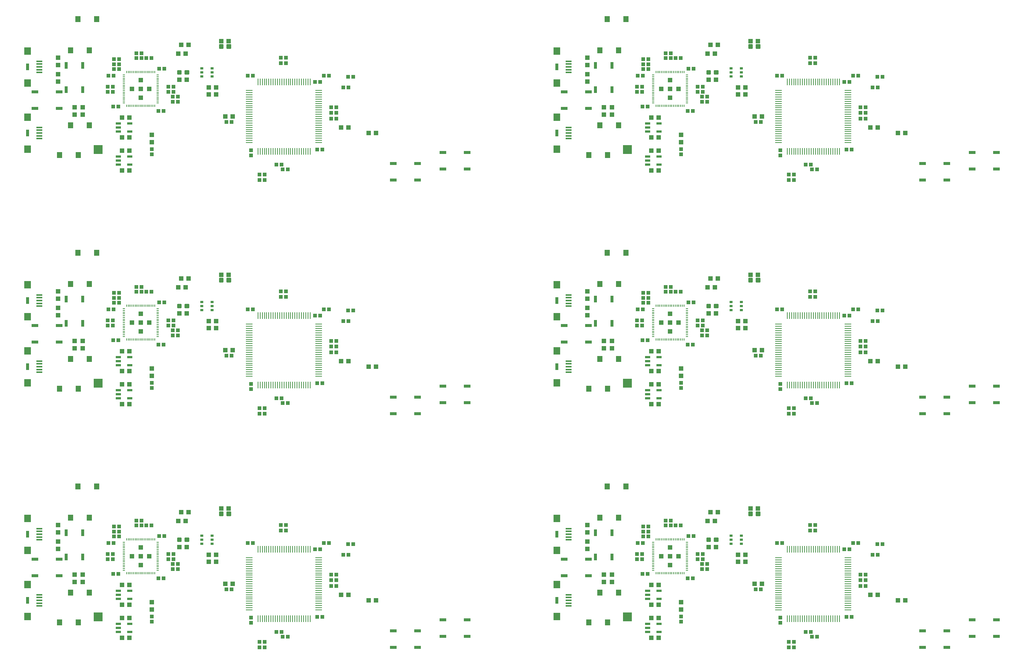
<source format=gtp>
G75*
%MOIN*%
%OFA0B0*%
%FSLAX24Y24*%
%IPPOS*%
%LPD*%
%AMOC8*
5,1,8,0,0,1.08239X$1,22.5*
%
%ADD10R,0.0591X0.0106*%
%ADD11R,0.0106X0.0591*%
%ADD12R,0.0500X0.0579*%
%ADD13R,0.0800X0.0800*%
%ADD14R,0.0335X0.0354*%
%ADD15R,0.0354X0.0335*%
%ADD16R,0.0079X0.0236*%
%ADD17R,0.0236X0.0079*%
%ADD18R,0.0394X0.0394*%
%ADD19C,0.0118*%
%ADD20R,0.0600X0.0300*%
%ADD21R,0.0433X0.0394*%
%ADD22R,0.0551X0.0157*%
%ADD23R,0.0591X0.0709*%
%ADD24R,0.0276X0.0591*%
%ADD25R,0.0472X0.0217*%
%ADD26R,0.0300X0.0600*%
%ADD27R,0.0394X0.0433*%
%ADD28R,0.0315X0.0217*%
D10*
X025490Y010978D03*
X025490Y011175D03*
X025490Y011371D03*
X025490Y011568D03*
X025490Y011765D03*
X025490Y011962D03*
X025490Y012159D03*
X025490Y012356D03*
X025490Y012553D03*
X025490Y012749D03*
X025490Y012946D03*
X025490Y013143D03*
X025490Y013340D03*
X025490Y013537D03*
X025490Y013734D03*
X025490Y013931D03*
X025490Y014127D03*
X025490Y014324D03*
X025490Y014521D03*
X025490Y014718D03*
X025490Y014915D03*
X025490Y015112D03*
X025490Y015309D03*
X025490Y015505D03*
X025490Y015702D03*
X031790Y015702D03*
X031790Y015505D03*
X031790Y015309D03*
X031790Y015112D03*
X031790Y014915D03*
X031790Y014718D03*
X031790Y014521D03*
X031790Y014324D03*
X031790Y014127D03*
X031790Y013931D03*
X031790Y013734D03*
X031790Y013537D03*
X031790Y013340D03*
X031790Y013143D03*
X031790Y012946D03*
X031790Y012749D03*
X031790Y012553D03*
X031790Y012356D03*
X031790Y012159D03*
X031790Y011962D03*
X031790Y011765D03*
X031790Y011568D03*
X031790Y011371D03*
X031790Y011175D03*
X031790Y010978D03*
X031790Y032178D03*
X031790Y032375D03*
X031790Y032571D03*
X031790Y032768D03*
X031790Y032965D03*
X031790Y033162D03*
X031790Y033359D03*
X031790Y033556D03*
X031790Y033753D03*
X031790Y033949D03*
X031790Y034146D03*
X031790Y034343D03*
X031790Y034540D03*
X031790Y034737D03*
X031790Y034934D03*
X031790Y035131D03*
X031790Y035327D03*
X031790Y035524D03*
X031790Y035721D03*
X031790Y035918D03*
X031790Y036115D03*
X031790Y036312D03*
X031790Y036509D03*
X031790Y036705D03*
X031790Y036902D03*
X025490Y036902D03*
X025490Y036705D03*
X025490Y036509D03*
X025490Y036312D03*
X025490Y036115D03*
X025490Y035918D03*
X025490Y035721D03*
X025490Y035524D03*
X025490Y035327D03*
X025490Y035131D03*
X025490Y034934D03*
X025490Y034737D03*
X025490Y034540D03*
X025490Y034343D03*
X025490Y034146D03*
X025490Y033949D03*
X025490Y033753D03*
X025490Y033556D03*
X025490Y033359D03*
X025490Y033162D03*
X025490Y032965D03*
X025490Y032768D03*
X025490Y032571D03*
X025490Y032375D03*
X025490Y032178D03*
X025490Y053378D03*
X025490Y053575D03*
X025490Y053771D03*
X025490Y053968D03*
X025490Y054165D03*
X025490Y054362D03*
X025490Y054559D03*
X025490Y054756D03*
X025490Y054953D03*
X025490Y055149D03*
X025490Y055346D03*
X025490Y055543D03*
X025490Y055740D03*
X025490Y055937D03*
X025490Y056134D03*
X025490Y056331D03*
X025490Y056527D03*
X025490Y056724D03*
X025490Y056921D03*
X025490Y057118D03*
X025490Y057315D03*
X025490Y057512D03*
X025490Y057709D03*
X025490Y057905D03*
X025490Y058102D03*
X031790Y058102D03*
X031790Y057905D03*
X031790Y057709D03*
X031790Y057512D03*
X031790Y057315D03*
X031790Y057118D03*
X031790Y056921D03*
X031790Y056724D03*
X031790Y056527D03*
X031790Y056331D03*
X031790Y056134D03*
X031790Y055937D03*
X031790Y055740D03*
X031790Y055543D03*
X031790Y055346D03*
X031790Y055149D03*
X031790Y054953D03*
X031790Y054756D03*
X031790Y054559D03*
X031790Y054362D03*
X031790Y054165D03*
X031790Y053968D03*
X031790Y053771D03*
X031790Y053575D03*
X031790Y053378D03*
X073490Y053378D03*
X073490Y053575D03*
X073490Y053771D03*
X073490Y053968D03*
X073490Y054165D03*
X073490Y054362D03*
X073490Y054559D03*
X073490Y054756D03*
X073490Y054953D03*
X073490Y055149D03*
X073490Y055346D03*
X073490Y055543D03*
X073490Y055740D03*
X073490Y055937D03*
X073490Y056134D03*
X073490Y056331D03*
X073490Y056527D03*
X073490Y056724D03*
X073490Y056921D03*
X073490Y057118D03*
X073490Y057315D03*
X073490Y057512D03*
X073490Y057709D03*
X073490Y057905D03*
X073490Y058102D03*
X079790Y058102D03*
X079790Y057905D03*
X079790Y057709D03*
X079790Y057512D03*
X079790Y057315D03*
X079790Y057118D03*
X079790Y056921D03*
X079790Y056724D03*
X079790Y056527D03*
X079790Y056331D03*
X079790Y056134D03*
X079790Y055937D03*
X079790Y055740D03*
X079790Y055543D03*
X079790Y055346D03*
X079790Y055149D03*
X079790Y054953D03*
X079790Y054756D03*
X079790Y054559D03*
X079790Y054362D03*
X079790Y054165D03*
X079790Y053968D03*
X079790Y053771D03*
X079790Y053575D03*
X079790Y053378D03*
X079790Y036902D03*
X079790Y036705D03*
X079790Y036509D03*
X079790Y036312D03*
X079790Y036115D03*
X079790Y035918D03*
X079790Y035721D03*
X079790Y035524D03*
X079790Y035327D03*
X079790Y035131D03*
X079790Y034934D03*
X079790Y034737D03*
X079790Y034540D03*
X079790Y034343D03*
X079790Y034146D03*
X079790Y033949D03*
X079790Y033753D03*
X079790Y033556D03*
X079790Y033359D03*
X079790Y033162D03*
X079790Y032965D03*
X079790Y032768D03*
X079790Y032571D03*
X079790Y032375D03*
X079790Y032178D03*
X073490Y032178D03*
X073490Y032375D03*
X073490Y032571D03*
X073490Y032768D03*
X073490Y032965D03*
X073490Y033162D03*
X073490Y033359D03*
X073490Y033556D03*
X073490Y033753D03*
X073490Y033949D03*
X073490Y034146D03*
X073490Y034343D03*
X073490Y034540D03*
X073490Y034737D03*
X073490Y034934D03*
X073490Y035131D03*
X073490Y035327D03*
X073490Y035524D03*
X073490Y035721D03*
X073490Y035918D03*
X073490Y036115D03*
X073490Y036312D03*
X073490Y036509D03*
X073490Y036705D03*
X073490Y036902D03*
X073490Y015702D03*
X073490Y015505D03*
X073490Y015309D03*
X073490Y015112D03*
X073490Y014915D03*
X073490Y014718D03*
X073490Y014521D03*
X073490Y014324D03*
X073490Y014127D03*
X073490Y013931D03*
X073490Y013734D03*
X073490Y013537D03*
X073490Y013340D03*
X073490Y013143D03*
X073490Y012946D03*
X073490Y012749D03*
X073490Y012553D03*
X073490Y012356D03*
X073490Y012159D03*
X073490Y011962D03*
X073490Y011765D03*
X073490Y011568D03*
X073490Y011371D03*
X073490Y011175D03*
X073490Y010978D03*
X079790Y010978D03*
X079790Y011175D03*
X079790Y011371D03*
X079790Y011568D03*
X079790Y011765D03*
X079790Y011962D03*
X079790Y012159D03*
X079790Y012356D03*
X079790Y012553D03*
X079790Y012749D03*
X079790Y012946D03*
X079790Y013143D03*
X079790Y013340D03*
X079790Y013537D03*
X079790Y013734D03*
X079790Y013931D03*
X079790Y014127D03*
X079790Y014324D03*
X079790Y014521D03*
X079790Y014718D03*
X079790Y014915D03*
X079790Y015112D03*
X079790Y015309D03*
X079790Y015505D03*
X079790Y015702D03*
D11*
X079002Y016490D03*
X078805Y016490D03*
X078609Y016490D03*
X078412Y016490D03*
X078215Y016490D03*
X078018Y016490D03*
X077821Y016490D03*
X077624Y016490D03*
X077427Y016490D03*
X077231Y016490D03*
X077034Y016490D03*
X076837Y016490D03*
X076640Y016490D03*
X076443Y016490D03*
X076246Y016490D03*
X076049Y016490D03*
X075853Y016490D03*
X075656Y016490D03*
X075459Y016490D03*
X075262Y016490D03*
X075065Y016490D03*
X074868Y016490D03*
X074671Y016490D03*
X074475Y016490D03*
X074278Y016490D03*
X074278Y010190D03*
X074475Y010190D03*
X074671Y010190D03*
X074868Y010190D03*
X075065Y010190D03*
X075262Y010190D03*
X075459Y010190D03*
X075656Y010190D03*
X075853Y010190D03*
X076049Y010190D03*
X076246Y010190D03*
X076443Y010190D03*
X076640Y010190D03*
X076837Y010190D03*
X077034Y010190D03*
X077231Y010190D03*
X077427Y010190D03*
X077624Y010190D03*
X077821Y010190D03*
X078018Y010190D03*
X078215Y010190D03*
X078412Y010190D03*
X078609Y010190D03*
X078805Y010190D03*
X079002Y010190D03*
X079002Y031390D03*
X078805Y031390D03*
X078609Y031390D03*
X078412Y031390D03*
X078215Y031390D03*
X078018Y031390D03*
X077821Y031390D03*
X077624Y031390D03*
X077427Y031390D03*
X077231Y031390D03*
X077034Y031390D03*
X076837Y031390D03*
X076640Y031390D03*
X076443Y031390D03*
X076246Y031390D03*
X076049Y031390D03*
X075853Y031390D03*
X075656Y031390D03*
X075459Y031390D03*
X075262Y031390D03*
X075065Y031390D03*
X074868Y031390D03*
X074671Y031390D03*
X074475Y031390D03*
X074278Y031390D03*
X074278Y037690D03*
X074475Y037690D03*
X074671Y037690D03*
X074868Y037690D03*
X075065Y037690D03*
X075262Y037690D03*
X075459Y037690D03*
X075656Y037690D03*
X075853Y037690D03*
X076049Y037690D03*
X076246Y037690D03*
X076443Y037690D03*
X076640Y037690D03*
X076837Y037690D03*
X077034Y037690D03*
X077231Y037690D03*
X077427Y037690D03*
X077624Y037690D03*
X077821Y037690D03*
X078018Y037690D03*
X078215Y037690D03*
X078412Y037690D03*
X078609Y037690D03*
X078805Y037690D03*
X079002Y037690D03*
X079002Y052590D03*
X078805Y052590D03*
X078609Y052590D03*
X078412Y052590D03*
X078215Y052590D03*
X078018Y052590D03*
X077821Y052590D03*
X077624Y052590D03*
X077427Y052590D03*
X077231Y052590D03*
X077034Y052590D03*
X076837Y052590D03*
X076640Y052590D03*
X076443Y052590D03*
X076246Y052590D03*
X076049Y052590D03*
X075853Y052590D03*
X075656Y052590D03*
X075459Y052590D03*
X075262Y052590D03*
X075065Y052590D03*
X074868Y052590D03*
X074671Y052590D03*
X074475Y052590D03*
X074278Y052590D03*
X074278Y058890D03*
X074475Y058890D03*
X074671Y058890D03*
X074868Y058890D03*
X075065Y058890D03*
X075262Y058890D03*
X075459Y058890D03*
X075656Y058890D03*
X075853Y058890D03*
X076049Y058890D03*
X076246Y058890D03*
X076443Y058890D03*
X076640Y058890D03*
X076837Y058890D03*
X077034Y058890D03*
X077231Y058890D03*
X077427Y058890D03*
X077624Y058890D03*
X077821Y058890D03*
X078018Y058890D03*
X078215Y058890D03*
X078412Y058890D03*
X078609Y058890D03*
X078805Y058890D03*
X079002Y058890D03*
X031002Y058890D03*
X030805Y058890D03*
X030609Y058890D03*
X030412Y058890D03*
X030215Y058890D03*
X030018Y058890D03*
X029821Y058890D03*
X029624Y058890D03*
X029427Y058890D03*
X029231Y058890D03*
X029034Y058890D03*
X028837Y058890D03*
X028640Y058890D03*
X028443Y058890D03*
X028246Y058890D03*
X028049Y058890D03*
X027853Y058890D03*
X027656Y058890D03*
X027459Y058890D03*
X027262Y058890D03*
X027065Y058890D03*
X026868Y058890D03*
X026671Y058890D03*
X026475Y058890D03*
X026278Y058890D03*
X026278Y052590D03*
X026475Y052590D03*
X026671Y052590D03*
X026868Y052590D03*
X027065Y052590D03*
X027262Y052590D03*
X027459Y052590D03*
X027656Y052590D03*
X027853Y052590D03*
X028049Y052590D03*
X028246Y052590D03*
X028443Y052590D03*
X028640Y052590D03*
X028837Y052590D03*
X029034Y052590D03*
X029231Y052590D03*
X029427Y052590D03*
X029624Y052590D03*
X029821Y052590D03*
X030018Y052590D03*
X030215Y052590D03*
X030412Y052590D03*
X030609Y052590D03*
X030805Y052590D03*
X031002Y052590D03*
X031002Y037690D03*
X030805Y037690D03*
X030609Y037690D03*
X030412Y037690D03*
X030215Y037690D03*
X030018Y037690D03*
X029821Y037690D03*
X029624Y037690D03*
X029427Y037690D03*
X029231Y037690D03*
X029034Y037690D03*
X028837Y037690D03*
X028640Y037690D03*
X028443Y037690D03*
X028246Y037690D03*
X028049Y037690D03*
X027853Y037690D03*
X027656Y037690D03*
X027459Y037690D03*
X027262Y037690D03*
X027065Y037690D03*
X026868Y037690D03*
X026671Y037690D03*
X026475Y037690D03*
X026278Y037690D03*
X026278Y031390D03*
X026475Y031390D03*
X026671Y031390D03*
X026868Y031390D03*
X027065Y031390D03*
X027262Y031390D03*
X027459Y031390D03*
X027656Y031390D03*
X027853Y031390D03*
X028049Y031390D03*
X028246Y031390D03*
X028443Y031390D03*
X028640Y031390D03*
X028837Y031390D03*
X029034Y031390D03*
X029231Y031390D03*
X029427Y031390D03*
X029624Y031390D03*
X029821Y031390D03*
X030018Y031390D03*
X030215Y031390D03*
X030412Y031390D03*
X030609Y031390D03*
X030805Y031390D03*
X031002Y031390D03*
X031002Y016490D03*
X030805Y016490D03*
X030609Y016490D03*
X030412Y016490D03*
X030215Y016490D03*
X030018Y016490D03*
X029821Y016490D03*
X029624Y016490D03*
X029427Y016490D03*
X029231Y016490D03*
X029034Y016490D03*
X028837Y016490D03*
X028640Y016490D03*
X028443Y016490D03*
X028246Y016490D03*
X028049Y016490D03*
X027853Y016490D03*
X027656Y016490D03*
X027459Y016490D03*
X027262Y016490D03*
X027065Y016490D03*
X026868Y016490D03*
X026671Y016490D03*
X026475Y016490D03*
X026278Y016490D03*
X026278Y010190D03*
X026475Y010190D03*
X026671Y010190D03*
X026868Y010190D03*
X027065Y010190D03*
X027262Y010190D03*
X027459Y010190D03*
X027656Y010190D03*
X027853Y010190D03*
X028049Y010190D03*
X028246Y010190D03*
X028443Y010190D03*
X028640Y010190D03*
X028837Y010190D03*
X029034Y010190D03*
X029231Y010190D03*
X029427Y010190D03*
X029624Y010190D03*
X029821Y010190D03*
X030018Y010190D03*
X030215Y010190D03*
X030412Y010190D03*
X030609Y010190D03*
X030805Y010190D03*
X031002Y010190D03*
D12*
X011636Y022190D03*
X009944Y022190D03*
X009294Y019340D03*
X010986Y019340D03*
X010986Y012540D03*
X009294Y012540D03*
X009986Y009840D03*
X008294Y009840D03*
X008294Y031040D03*
X009986Y031040D03*
X009294Y033740D03*
X010986Y033740D03*
X010986Y040540D03*
X009294Y040540D03*
X009944Y043390D03*
X011636Y043390D03*
X009986Y052240D03*
X008294Y052240D03*
X009294Y054940D03*
X010986Y054940D03*
X010986Y061740D03*
X009294Y061740D03*
X009944Y064590D03*
X011636Y064590D03*
X056294Y052240D03*
X057986Y052240D03*
X057294Y054940D03*
X058986Y054940D03*
X058986Y061740D03*
X057294Y061740D03*
X057944Y064590D03*
X059636Y064590D03*
X059636Y043390D03*
X057944Y043390D03*
X057294Y040540D03*
X058986Y040540D03*
X058986Y033740D03*
X057294Y033740D03*
X057986Y031040D03*
X056294Y031040D03*
X057944Y022190D03*
X059636Y022190D03*
X058986Y019340D03*
X057294Y019340D03*
X057294Y012540D03*
X058986Y012540D03*
X057986Y009840D03*
X056294Y009840D03*
D13*
X059790Y010340D03*
X059790Y031540D03*
X059790Y052740D03*
X011790Y052740D03*
X011790Y031540D03*
X011790Y010340D03*
D14*
X013162Y014240D03*
X013618Y014240D03*
X013118Y015590D03*
X013118Y016040D03*
X012662Y016040D03*
X012662Y015590D03*
X012712Y017040D03*
X013168Y017040D03*
X013212Y017640D03*
X013212Y018090D03*
X013212Y018540D03*
X013668Y018540D03*
X013668Y018090D03*
X013668Y017640D03*
X015262Y018640D03*
X015262Y019090D03*
X015718Y019090D03*
X015718Y018640D03*
X016162Y018640D03*
X016618Y018640D03*
X017312Y017690D03*
X017768Y017690D03*
X018162Y016040D03*
X018162Y015590D03*
X018618Y015590D03*
X018618Y016040D03*
X018562Y015140D03*
X018562Y014690D03*
X019018Y014690D03*
X019018Y015140D03*
X017718Y013840D03*
X017262Y013840D03*
X023412Y012840D03*
X023868Y012840D03*
X027962Y008990D03*
X028418Y008990D03*
X028512Y008540D03*
X028968Y008540D03*
X026868Y008090D03*
X026412Y008090D03*
X026412Y007590D03*
X026868Y007590D03*
X031662Y010340D03*
X032118Y010340D03*
X032912Y013140D03*
X033368Y013140D03*
X033368Y013690D03*
X032912Y013690D03*
X032912Y014190D03*
X033368Y014190D03*
X034012Y015990D03*
X034468Y015990D03*
X034462Y016940D03*
X034918Y016940D03*
X032718Y017040D03*
X032262Y017040D03*
X031918Y016490D03*
X031462Y016490D03*
X028818Y018190D03*
X028362Y018190D03*
X028362Y018690D03*
X028818Y018690D03*
X025818Y017040D03*
X025362Y017040D03*
X026412Y028790D03*
X026868Y028790D03*
X026868Y029290D03*
X026412Y029290D03*
X027962Y030190D03*
X028418Y030190D03*
X028512Y029740D03*
X028968Y029740D03*
X031662Y031540D03*
X032118Y031540D03*
X032912Y034340D03*
X033368Y034340D03*
X033368Y034890D03*
X032912Y034890D03*
X032912Y035390D03*
X033368Y035390D03*
X034012Y037190D03*
X034468Y037190D03*
X034462Y038140D03*
X034918Y038140D03*
X032718Y038240D03*
X032262Y038240D03*
X031918Y037690D03*
X031462Y037690D03*
X028818Y039390D03*
X028362Y039390D03*
X028362Y039890D03*
X028818Y039890D03*
X025818Y038240D03*
X025362Y038240D03*
X023868Y034040D03*
X023412Y034040D03*
X019018Y035890D03*
X019018Y036340D03*
X018562Y036340D03*
X018562Y035890D03*
X017718Y035040D03*
X017262Y035040D03*
X018162Y036790D03*
X018162Y037240D03*
X018618Y037240D03*
X018618Y036790D03*
X017768Y038890D03*
X017312Y038890D03*
X016618Y039840D03*
X016162Y039840D03*
X015718Y039840D03*
X015718Y040290D03*
X015262Y040290D03*
X015262Y039840D03*
X013668Y039740D03*
X013668Y039290D03*
X013668Y038840D03*
X013212Y038840D03*
X013212Y039290D03*
X013212Y039740D03*
X013168Y038240D03*
X012712Y038240D03*
X012662Y037240D03*
X012662Y036790D03*
X013118Y036790D03*
X013118Y037240D03*
X013162Y035440D03*
X013618Y035440D03*
X026412Y049990D03*
X026868Y049990D03*
X026868Y050490D03*
X026412Y050490D03*
X027962Y051390D03*
X028418Y051390D03*
X028512Y050940D03*
X028968Y050940D03*
X031662Y052740D03*
X032118Y052740D03*
X032912Y055540D03*
X033368Y055540D03*
X033368Y056090D03*
X032912Y056090D03*
X032912Y056590D03*
X033368Y056590D03*
X034012Y058390D03*
X034468Y058390D03*
X034462Y059340D03*
X034918Y059340D03*
X032718Y059440D03*
X032262Y059440D03*
X031918Y058890D03*
X031462Y058890D03*
X028818Y060590D03*
X028362Y060590D03*
X028362Y061090D03*
X028818Y061090D03*
X025818Y059440D03*
X025362Y059440D03*
X019018Y057540D03*
X019018Y057090D03*
X018562Y057090D03*
X018562Y057540D03*
X018618Y057990D03*
X018618Y058440D03*
X018162Y058440D03*
X018162Y057990D03*
X017718Y056240D03*
X017262Y056240D03*
X013618Y056640D03*
X013162Y056640D03*
X013118Y057990D03*
X013118Y058440D03*
X012662Y058440D03*
X012662Y057990D03*
X012712Y059440D03*
X013168Y059440D03*
X013212Y060040D03*
X013212Y060490D03*
X013212Y060940D03*
X013668Y060940D03*
X013668Y060490D03*
X013668Y060040D03*
X015262Y061040D03*
X015262Y061490D03*
X015718Y061490D03*
X015718Y061040D03*
X016162Y061040D03*
X016618Y061040D03*
X017312Y060090D03*
X017768Y060090D03*
X023412Y055240D03*
X023868Y055240D03*
X060662Y057990D03*
X060662Y058440D03*
X061118Y058440D03*
X061118Y057990D03*
X061162Y056640D03*
X061618Y056640D03*
X065262Y056240D03*
X065718Y056240D03*
X066562Y057090D03*
X066562Y057540D03*
X066618Y057990D03*
X066618Y058440D03*
X066162Y058440D03*
X066162Y057990D03*
X067018Y057540D03*
X067018Y057090D03*
X065768Y060090D03*
X065312Y060090D03*
X064618Y061040D03*
X064162Y061040D03*
X063718Y061040D03*
X063718Y061490D03*
X063262Y061490D03*
X063262Y061040D03*
X061668Y060940D03*
X061668Y060490D03*
X061668Y060040D03*
X061212Y060040D03*
X061212Y060490D03*
X061212Y060940D03*
X061168Y059440D03*
X060712Y059440D03*
X071412Y055240D03*
X071868Y055240D03*
X075962Y051390D03*
X076418Y051390D03*
X076512Y050940D03*
X076968Y050940D03*
X074868Y050490D03*
X074412Y050490D03*
X074412Y049990D03*
X074868Y049990D03*
X079662Y052740D03*
X080118Y052740D03*
X080912Y055540D03*
X081368Y055540D03*
X081368Y056090D03*
X080912Y056090D03*
X080912Y056590D03*
X081368Y056590D03*
X082012Y058390D03*
X082468Y058390D03*
X082462Y059340D03*
X082918Y059340D03*
X080718Y059440D03*
X080262Y059440D03*
X079918Y058890D03*
X079462Y058890D03*
X076818Y060590D03*
X076362Y060590D03*
X076362Y061090D03*
X076818Y061090D03*
X073818Y059440D03*
X073362Y059440D03*
X063718Y040290D03*
X063718Y039840D03*
X064162Y039840D03*
X064618Y039840D03*
X065312Y038890D03*
X065768Y038890D03*
X063262Y039840D03*
X063262Y040290D03*
X061668Y039740D03*
X061668Y039290D03*
X061668Y038840D03*
X061212Y038840D03*
X061212Y039290D03*
X061212Y039740D03*
X061168Y038240D03*
X060712Y038240D03*
X060662Y037240D03*
X060662Y036790D03*
X061118Y036790D03*
X061118Y037240D03*
X061162Y035440D03*
X061618Y035440D03*
X065262Y035040D03*
X065718Y035040D03*
X066562Y035890D03*
X066562Y036340D03*
X066618Y036790D03*
X066618Y037240D03*
X066162Y037240D03*
X066162Y036790D03*
X067018Y036340D03*
X067018Y035890D03*
X071412Y034040D03*
X071868Y034040D03*
X073362Y038240D03*
X073818Y038240D03*
X076362Y039390D03*
X076818Y039390D03*
X076818Y039890D03*
X076362Y039890D03*
X079462Y037690D03*
X079918Y037690D03*
X080262Y038240D03*
X080718Y038240D03*
X082012Y037190D03*
X082468Y037190D03*
X082462Y038140D03*
X082918Y038140D03*
X081368Y035390D03*
X080912Y035390D03*
X080912Y034890D03*
X081368Y034890D03*
X081368Y034340D03*
X080912Y034340D03*
X080118Y031540D03*
X079662Y031540D03*
X076968Y029740D03*
X076512Y029740D03*
X076418Y030190D03*
X075962Y030190D03*
X074868Y029290D03*
X074412Y029290D03*
X074412Y028790D03*
X074868Y028790D03*
X076362Y018690D03*
X076818Y018690D03*
X076818Y018190D03*
X076362Y018190D03*
X073818Y017040D03*
X073362Y017040D03*
X071868Y012840D03*
X071412Y012840D03*
X067018Y014690D03*
X067018Y015140D03*
X066562Y015140D03*
X066562Y014690D03*
X066618Y015590D03*
X066618Y016040D03*
X066162Y016040D03*
X066162Y015590D03*
X065718Y013840D03*
X065262Y013840D03*
X061618Y014240D03*
X061162Y014240D03*
X061118Y015590D03*
X061118Y016040D03*
X060662Y016040D03*
X060662Y015590D03*
X060712Y017040D03*
X061168Y017040D03*
X061212Y017640D03*
X061212Y018090D03*
X061212Y018540D03*
X061668Y018540D03*
X061668Y018090D03*
X061668Y017640D03*
X063262Y018640D03*
X063262Y019090D03*
X063718Y019090D03*
X063718Y018640D03*
X064162Y018640D03*
X064618Y018640D03*
X065312Y017690D03*
X065768Y017690D03*
X075962Y008990D03*
X076418Y008990D03*
X076512Y008540D03*
X076968Y008540D03*
X074868Y008090D03*
X074412Y008090D03*
X074412Y007590D03*
X074868Y007590D03*
X079662Y010340D03*
X080118Y010340D03*
X080912Y013140D03*
X081368Y013140D03*
X081368Y013690D03*
X080912Y013690D03*
X080912Y014190D03*
X081368Y014190D03*
X082012Y015990D03*
X082468Y015990D03*
X082462Y016940D03*
X082918Y016940D03*
X080718Y017040D03*
X080262Y017040D03*
X079918Y016490D03*
X079462Y016490D03*
D15*
X073640Y010268D03*
X073640Y009812D03*
X064640Y009912D03*
X064640Y010368D03*
X073640Y031012D03*
X073640Y031468D03*
X064640Y031568D03*
X064640Y031112D03*
X064640Y052312D03*
X064640Y052768D03*
X073640Y052668D03*
X073640Y052212D03*
X025640Y052212D03*
X025640Y052668D03*
X016640Y052768D03*
X016640Y052312D03*
X016640Y031568D03*
X016640Y031112D03*
X025640Y031012D03*
X025640Y031468D03*
X016640Y010368D03*
X016640Y009912D03*
X025640Y009812D03*
X025640Y010268D03*
D16*
X016900Y014305D03*
X016742Y014305D03*
X016585Y014305D03*
X016427Y014305D03*
X016270Y014305D03*
X016112Y014305D03*
X015955Y014305D03*
X015797Y014305D03*
X015640Y014305D03*
X015483Y014305D03*
X015325Y014305D03*
X015168Y014305D03*
X015010Y014305D03*
X014853Y014305D03*
X014695Y014305D03*
X014538Y014305D03*
X014380Y014305D03*
X014380Y017375D03*
X014538Y017375D03*
X014695Y017375D03*
X014853Y017375D03*
X015010Y017375D03*
X015168Y017375D03*
X015325Y017375D03*
X015483Y017375D03*
X015640Y017375D03*
X015797Y017375D03*
X015955Y017375D03*
X016112Y017375D03*
X016270Y017375D03*
X016427Y017375D03*
X016585Y017375D03*
X016742Y017375D03*
X016900Y017375D03*
X016900Y035505D03*
X016742Y035505D03*
X016585Y035505D03*
X016427Y035505D03*
X016270Y035505D03*
X016112Y035505D03*
X015955Y035505D03*
X015797Y035505D03*
X015640Y035505D03*
X015483Y035505D03*
X015325Y035505D03*
X015168Y035505D03*
X015010Y035505D03*
X014853Y035505D03*
X014695Y035505D03*
X014538Y035505D03*
X014380Y035505D03*
X014380Y038575D03*
X014538Y038575D03*
X014695Y038575D03*
X014853Y038575D03*
X015010Y038575D03*
X015168Y038575D03*
X015325Y038575D03*
X015483Y038575D03*
X015640Y038575D03*
X015797Y038575D03*
X015955Y038575D03*
X016112Y038575D03*
X016270Y038575D03*
X016427Y038575D03*
X016585Y038575D03*
X016742Y038575D03*
X016900Y038575D03*
X016900Y056705D03*
X016742Y056705D03*
X016585Y056705D03*
X016427Y056705D03*
X016270Y056705D03*
X016112Y056705D03*
X015955Y056705D03*
X015797Y056705D03*
X015640Y056705D03*
X015483Y056705D03*
X015325Y056705D03*
X015168Y056705D03*
X015010Y056705D03*
X014853Y056705D03*
X014695Y056705D03*
X014538Y056705D03*
X014380Y056705D03*
X014380Y059775D03*
X014538Y059775D03*
X014695Y059775D03*
X014853Y059775D03*
X015010Y059775D03*
X015168Y059775D03*
X015325Y059775D03*
X015483Y059775D03*
X015640Y059775D03*
X015797Y059775D03*
X015955Y059775D03*
X016112Y059775D03*
X016270Y059775D03*
X016427Y059775D03*
X016585Y059775D03*
X016742Y059775D03*
X016900Y059775D03*
X062380Y059775D03*
X062538Y059775D03*
X062695Y059775D03*
X062853Y059775D03*
X063010Y059775D03*
X063168Y059775D03*
X063325Y059775D03*
X063483Y059775D03*
X063640Y059775D03*
X063797Y059775D03*
X063955Y059775D03*
X064112Y059775D03*
X064270Y059775D03*
X064427Y059775D03*
X064585Y059775D03*
X064742Y059775D03*
X064900Y059775D03*
X064900Y056705D03*
X064742Y056705D03*
X064585Y056705D03*
X064427Y056705D03*
X064270Y056705D03*
X064112Y056705D03*
X063955Y056705D03*
X063797Y056705D03*
X063640Y056705D03*
X063483Y056705D03*
X063325Y056705D03*
X063168Y056705D03*
X063010Y056705D03*
X062853Y056705D03*
X062695Y056705D03*
X062538Y056705D03*
X062380Y056705D03*
X062380Y038575D03*
X062538Y038575D03*
X062695Y038575D03*
X062853Y038575D03*
X063010Y038575D03*
X063168Y038575D03*
X063325Y038575D03*
X063483Y038575D03*
X063640Y038575D03*
X063797Y038575D03*
X063955Y038575D03*
X064112Y038575D03*
X064270Y038575D03*
X064427Y038575D03*
X064585Y038575D03*
X064742Y038575D03*
X064900Y038575D03*
X064900Y035505D03*
X064742Y035505D03*
X064585Y035505D03*
X064427Y035505D03*
X064270Y035505D03*
X064112Y035505D03*
X063955Y035505D03*
X063797Y035505D03*
X063640Y035505D03*
X063483Y035505D03*
X063325Y035505D03*
X063168Y035505D03*
X063010Y035505D03*
X062853Y035505D03*
X062695Y035505D03*
X062538Y035505D03*
X062380Y035505D03*
X062380Y017375D03*
X062538Y017375D03*
X062695Y017375D03*
X062853Y017375D03*
X063010Y017375D03*
X063168Y017375D03*
X063325Y017375D03*
X063483Y017375D03*
X063640Y017375D03*
X063797Y017375D03*
X063955Y017375D03*
X064112Y017375D03*
X064270Y017375D03*
X064427Y017375D03*
X064585Y017375D03*
X064742Y017375D03*
X064900Y017375D03*
X064900Y014305D03*
X064742Y014305D03*
X064585Y014305D03*
X064427Y014305D03*
X064270Y014305D03*
X064112Y014305D03*
X063955Y014305D03*
X063797Y014305D03*
X063640Y014305D03*
X063483Y014305D03*
X063325Y014305D03*
X063168Y014305D03*
X063010Y014305D03*
X062853Y014305D03*
X062695Y014305D03*
X062538Y014305D03*
X062380Y014305D03*
D17*
X062105Y014580D03*
X062105Y014738D03*
X062105Y014895D03*
X062105Y015053D03*
X062105Y015210D03*
X062105Y015368D03*
X062105Y015525D03*
X062105Y015683D03*
X062105Y015840D03*
X062105Y015997D03*
X062105Y016155D03*
X062105Y016312D03*
X062105Y016470D03*
X062105Y016627D03*
X062105Y016785D03*
X062105Y016942D03*
X062105Y017100D03*
X065175Y017100D03*
X065175Y016942D03*
X065175Y016785D03*
X065175Y016627D03*
X065175Y016470D03*
X065175Y016312D03*
X065175Y016155D03*
X065175Y015997D03*
X065175Y015840D03*
X065175Y015683D03*
X065175Y015525D03*
X065175Y015368D03*
X065175Y015210D03*
X065175Y015053D03*
X065175Y014895D03*
X065175Y014738D03*
X065175Y014580D03*
X065175Y035780D03*
X065175Y035938D03*
X065175Y036095D03*
X065175Y036253D03*
X065175Y036410D03*
X065175Y036568D03*
X065175Y036725D03*
X065175Y036883D03*
X065175Y037040D03*
X065175Y037197D03*
X065175Y037355D03*
X065175Y037512D03*
X065175Y037670D03*
X065175Y037827D03*
X065175Y037985D03*
X065175Y038142D03*
X065175Y038300D03*
X062105Y038300D03*
X062105Y038142D03*
X062105Y037985D03*
X062105Y037827D03*
X062105Y037670D03*
X062105Y037512D03*
X062105Y037355D03*
X062105Y037197D03*
X062105Y037040D03*
X062105Y036883D03*
X062105Y036725D03*
X062105Y036568D03*
X062105Y036410D03*
X062105Y036253D03*
X062105Y036095D03*
X062105Y035938D03*
X062105Y035780D03*
X062105Y056980D03*
X062105Y057138D03*
X062105Y057295D03*
X062105Y057453D03*
X062105Y057610D03*
X062105Y057768D03*
X062105Y057925D03*
X062105Y058083D03*
X062105Y058240D03*
X062105Y058397D03*
X062105Y058555D03*
X062105Y058712D03*
X062105Y058870D03*
X062105Y059027D03*
X062105Y059185D03*
X062105Y059342D03*
X062105Y059500D03*
X065175Y059500D03*
X065175Y059342D03*
X065175Y059185D03*
X065175Y059027D03*
X065175Y058870D03*
X065175Y058712D03*
X065175Y058555D03*
X065175Y058397D03*
X065175Y058240D03*
X065175Y058083D03*
X065175Y057925D03*
X065175Y057768D03*
X065175Y057610D03*
X065175Y057453D03*
X065175Y057295D03*
X065175Y057138D03*
X065175Y056980D03*
X017175Y056980D03*
X017175Y057138D03*
X017175Y057295D03*
X017175Y057453D03*
X017175Y057610D03*
X017175Y057768D03*
X017175Y057925D03*
X017175Y058083D03*
X017175Y058240D03*
X017175Y058397D03*
X017175Y058555D03*
X017175Y058712D03*
X017175Y058870D03*
X017175Y059027D03*
X017175Y059185D03*
X017175Y059342D03*
X017175Y059500D03*
X014105Y059500D03*
X014105Y059342D03*
X014105Y059185D03*
X014105Y059027D03*
X014105Y058870D03*
X014105Y058712D03*
X014105Y058555D03*
X014105Y058397D03*
X014105Y058240D03*
X014105Y058083D03*
X014105Y057925D03*
X014105Y057768D03*
X014105Y057610D03*
X014105Y057453D03*
X014105Y057295D03*
X014105Y057138D03*
X014105Y056980D03*
X014105Y038300D03*
X014105Y038142D03*
X014105Y037985D03*
X014105Y037827D03*
X014105Y037670D03*
X014105Y037512D03*
X014105Y037355D03*
X014105Y037197D03*
X014105Y037040D03*
X014105Y036883D03*
X014105Y036725D03*
X014105Y036568D03*
X014105Y036410D03*
X014105Y036253D03*
X014105Y036095D03*
X014105Y035938D03*
X014105Y035780D03*
X017175Y035780D03*
X017175Y035938D03*
X017175Y036095D03*
X017175Y036253D03*
X017175Y036410D03*
X017175Y036568D03*
X017175Y036725D03*
X017175Y036883D03*
X017175Y037040D03*
X017175Y037197D03*
X017175Y037355D03*
X017175Y037512D03*
X017175Y037670D03*
X017175Y037827D03*
X017175Y037985D03*
X017175Y038142D03*
X017175Y038300D03*
X017175Y017100D03*
X017175Y016942D03*
X017175Y016785D03*
X017175Y016627D03*
X017175Y016470D03*
X017175Y016312D03*
X017175Y016155D03*
X017175Y015997D03*
X017175Y015840D03*
X017175Y015683D03*
X017175Y015525D03*
X017175Y015368D03*
X017175Y015210D03*
X017175Y015053D03*
X017175Y014895D03*
X017175Y014738D03*
X017175Y014580D03*
X014105Y014580D03*
X014105Y014738D03*
X014105Y014895D03*
X014105Y015053D03*
X014105Y015210D03*
X014105Y015368D03*
X014105Y015525D03*
X014105Y015683D03*
X014105Y015840D03*
X014105Y015997D03*
X014105Y016155D03*
X014105Y016312D03*
X014105Y016470D03*
X014105Y016627D03*
X014105Y016785D03*
X014105Y016942D03*
X014105Y017100D03*
D18*
X014853Y015840D03*
X015640Y015840D03*
X015640Y015053D03*
X016427Y015840D03*
X015640Y016627D03*
X015640Y036253D03*
X015640Y037040D03*
X015640Y037827D03*
X014853Y037040D03*
X016427Y037040D03*
X015640Y057453D03*
X015640Y058240D03*
X015640Y059027D03*
X014853Y058240D03*
X016427Y058240D03*
X062853Y058240D03*
X063640Y058240D03*
X063640Y057453D03*
X064427Y058240D03*
X063640Y059027D03*
X063640Y037827D03*
X063640Y037040D03*
X063640Y036253D03*
X062853Y037040D03*
X064427Y037040D03*
X063640Y016627D03*
X063640Y015840D03*
X063640Y015053D03*
X062853Y015840D03*
X064427Y015840D03*
D19*
X067283Y017202D02*
X067283Y017478D01*
X067283Y017202D02*
X067007Y017202D01*
X067007Y017478D01*
X067283Y017478D01*
X067283Y017319D02*
X067007Y017319D01*
X067007Y017436D02*
X067283Y017436D01*
X067973Y017478D02*
X067973Y017202D01*
X067697Y017202D01*
X067697Y017478D01*
X067973Y017478D01*
X067973Y017319D02*
X067697Y017319D01*
X067697Y017436D02*
X067973Y017436D01*
X070807Y019552D02*
X070807Y019828D01*
X071083Y019828D01*
X071083Y019552D01*
X070807Y019552D01*
X070807Y019669D02*
X071083Y019669D01*
X071083Y019786D02*
X070807Y019786D01*
X071497Y019828D02*
X071497Y019552D01*
X071497Y019828D02*
X071773Y019828D01*
X071773Y019552D01*
X071497Y019552D01*
X071497Y019669D02*
X071773Y019669D01*
X071773Y019786D02*
X071497Y019786D01*
X067973Y038402D02*
X067973Y038678D01*
X067973Y038402D02*
X067697Y038402D01*
X067697Y038678D01*
X067973Y038678D01*
X067973Y038519D02*
X067697Y038519D01*
X067697Y038636D02*
X067973Y038636D01*
X067283Y038678D02*
X067283Y038402D01*
X067007Y038402D01*
X067007Y038678D01*
X067283Y038678D01*
X067283Y038519D02*
X067007Y038519D01*
X067007Y038636D02*
X067283Y038636D01*
X070807Y040752D02*
X070807Y041028D01*
X071083Y041028D01*
X071083Y040752D01*
X070807Y040752D01*
X070807Y040869D02*
X071083Y040869D01*
X071083Y040986D02*
X070807Y040986D01*
X071497Y041028D02*
X071497Y040752D01*
X071497Y041028D02*
X071773Y041028D01*
X071773Y040752D01*
X071497Y040752D01*
X071497Y040869D02*
X071773Y040869D01*
X071773Y040986D02*
X071497Y040986D01*
X067973Y059602D02*
X067973Y059878D01*
X067973Y059602D02*
X067697Y059602D01*
X067697Y059878D01*
X067973Y059878D01*
X067973Y059719D02*
X067697Y059719D01*
X067697Y059836D02*
X067973Y059836D01*
X067283Y059878D02*
X067283Y059602D01*
X067007Y059602D01*
X067007Y059878D01*
X067283Y059878D01*
X067283Y059719D02*
X067007Y059719D01*
X067007Y059836D02*
X067283Y059836D01*
X070807Y061952D02*
X070807Y062228D01*
X071083Y062228D01*
X071083Y061952D01*
X070807Y061952D01*
X070807Y062069D02*
X071083Y062069D01*
X071083Y062186D02*
X070807Y062186D01*
X071497Y062228D02*
X071497Y061952D01*
X071497Y062228D02*
X071773Y062228D01*
X071773Y061952D01*
X071497Y061952D01*
X071497Y062069D02*
X071773Y062069D01*
X071773Y062186D02*
X071497Y062186D01*
X023497Y061952D02*
X023497Y062228D01*
X023773Y062228D01*
X023773Y061952D01*
X023497Y061952D01*
X023497Y062069D02*
X023773Y062069D01*
X023773Y062186D02*
X023497Y062186D01*
X022807Y062228D02*
X022807Y061952D01*
X022807Y062228D02*
X023083Y062228D01*
X023083Y061952D01*
X022807Y061952D01*
X022807Y062069D02*
X023083Y062069D01*
X023083Y062186D02*
X022807Y062186D01*
X019973Y059878D02*
X019973Y059602D01*
X019697Y059602D01*
X019697Y059878D01*
X019973Y059878D01*
X019973Y059719D02*
X019697Y059719D01*
X019697Y059836D02*
X019973Y059836D01*
X019283Y059878D02*
X019283Y059602D01*
X019007Y059602D01*
X019007Y059878D01*
X019283Y059878D01*
X019283Y059719D02*
X019007Y059719D01*
X019007Y059836D02*
X019283Y059836D01*
X022807Y041028D02*
X022807Y040752D01*
X022807Y041028D02*
X023083Y041028D01*
X023083Y040752D01*
X022807Y040752D01*
X022807Y040869D02*
X023083Y040869D01*
X023083Y040986D02*
X022807Y040986D01*
X023497Y041028D02*
X023497Y040752D01*
X023497Y041028D02*
X023773Y041028D01*
X023773Y040752D01*
X023497Y040752D01*
X023497Y040869D02*
X023773Y040869D01*
X023773Y040986D02*
X023497Y040986D01*
X019973Y038678D02*
X019973Y038402D01*
X019697Y038402D01*
X019697Y038678D01*
X019973Y038678D01*
X019973Y038519D02*
X019697Y038519D01*
X019697Y038636D02*
X019973Y038636D01*
X019283Y038678D02*
X019283Y038402D01*
X019007Y038402D01*
X019007Y038678D01*
X019283Y038678D01*
X019283Y038519D02*
X019007Y038519D01*
X019007Y038636D02*
X019283Y038636D01*
X022807Y019828D02*
X022807Y019552D01*
X022807Y019828D02*
X023083Y019828D01*
X023083Y019552D01*
X022807Y019552D01*
X022807Y019669D02*
X023083Y019669D01*
X023083Y019786D02*
X022807Y019786D01*
X023497Y019828D02*
X023497Y019552D01*
X023497Y019828D02*
X023773Y019828D01*
X023773Y019552D01*
X023497Y019552D01*
X023497Y019669D02*
X023773Y019669D01*
X023773Y019786D02*
X023497Y019786D01*
X019973Y017478D02*
X019973Y017202D01*
X019697Y017202D01*
X019697Y017478D01*
X019973Y017478D01*
X019973Y017319D02*
X019697Y017319D01*
X019697Y017436D02*
X019973Y017436D01*
X019283Y017478D02*
X019283Y017202D01*
X019007Y017202D01*
X019007Y017478D01*
X019283Y017478D01*
X019283Y017319D02*
X019007Y017319D01*
X019007Y017436D02*
X019283Y017436D01*
D20*
X008240Y015590D03*
X008240Y014090D03*
X006040Y014090D03*
X006040Y015590D03*
X006040Y035290D03*
X006040Y036790D03*
X008240Y036790D03*
X008240Y035290D03*
X038540Y030290D03*
X038540Y028790D03*
X040740Y028790D03*
X040740Y030290D03*
X043040Y029790D03*
X043040Y031290D03*
X045240Y031290D03*
X045240Y029790D03*
X054040Y035290D03*
X054040Y036790D03*
X056240Y036790D03*
X056240Y035290D03*
X040740Y049990D03*
X040740Y051490D03*
X043040Y050990D03*
X043040Y052490D03*
X045240Y052490D03*
X045240Y050990D03*
X038540Y051490D03*
X038540Y049990D03*
X054040Y056490D03*
X054040Y057990D03*
X056240Y057990D03*
X056240Y056490D03*
X086540Y051490D03*
X086540Y049990D03*
X088740Y049990D03*
X088740Y051490D03*
X091040Y050990D03*
X091040Y052490D03*
X093240Y052490D03*
X093240Y050990D03*
X093240Y031290D03*
X093240Y029790D03*
X091040Y029790D03*
X091040Y031290D03*
X088740Y030290D03*
X088740Y028790D03*
X086540Y028790D03*
X086540Y030290D03*
X091040Y010090D03*
X091040Y008590D03*
X093240Y008590D03*
X093240Y010090D03*
X088740Y009090D03*
X086540Y009090D03*
X086540Y007590D03*
X088740Y007590D03*
X056240Y014090D03*
X056240Y015590D03*
X054040Y015590D03*
X054040Y014090D03*
X045240Y010090D03*
X045240Y008590D03*
X043040Y008590D03*
X043040Y010090D03*
X040740Y009090D03*
X040740Y007590D03*
X038540Y007590D03*
X038540Y009090D03*
X008240Y056490D03*
X008240Y057990D03*
X006040Y057990D03*
X006040Y056490D03*
D21*
X013955Y008440D03*
X014625Y008440D03*
X014625Y010240D03*
X013955Y010240D03*
X013955Y011440D03*
X014625Y011440D03*
X014625Y013240D03*
X013955Y013240D03*
X019155Y016690D03*
X019825Y016690D03*
X021805Y015990D03*
X021805Y015340D03*
X022475Y015340D03*
X022475Y015990D03*
X023305Y013340D03*
X023975Y013340D03*
X019725Y019040D03*
X019055Y019040D03*
X019305Y019840D03*
X019975Y019840D03*
X022955Y020190D03*
X023625Y020190D03*
X033805Y012340D03*
X034475Y012340D03*
X036305Y011840D03*
X036975Y011840D03*
X061955Y011440D03*
X062625Y011440D03*
X062625Y010240D03*
X061955Y010240D03*
X061955Y008440D03*
X062625Y008440D03*
X062625Y013240D03*
X061955Y013240D03*
X067155Y016690D03*
X067825Y016690D03*
X069805Y015990D03*
X069805Y015340D03*
X070475Y015340D03*
X070475Y015990D03*
X071305Y013340D03*
X071975Y013340D03*
X067725Y019040D03*
X067055Y019040D03*
X067305Y019840D03*
X067975Y019840D03*
X070955Y020190D03*
X071625Y020190D03*
X081805Y012340D03*
X082475Y012340D03*
X084305Y011840D03*
X084975Y011840D03*
X062625Y029640D03*
X061955Y029640D03*
X061955Y031440D03*
X062625Y031440D03*
X062625Y032640D03*
X061955Y032640D03*
X061955Y034440D03*
X062625Y034440D03*
X067155Y037890D03*
X067825Y037890D03*
X069805Y037190D03*
X069805Y036540D03*
X070475Y036540D03*
X070475Y037190D03*
X071305Y034540D03*
X071975Y034540D03*
X067725Y040240D03*
X067055Y040240D03*
X067305Y041040D03*
X067975Y041040D03*
X070955Y041390D03*
X071625Y041390D03*
X081805Y033540D03*
X082475Y033540D03*
X084305Y033040D03*
X084975Y033040D03*
X062625Y050840D03*
X061955Y050840D03*
X061955Y052640D03*
X062625Y052640D03*
X062625Y053840D03*
X061955Y053840D03*
X061955Y055640D03*
X062625Y055640D03*
X067155Y059090D03*
X067825Y059090D03*
X069805Y058390D03*
X069805Y057740D03*
X070475Y057740D03*
X070475Y058390D03*
X071305Y055740D03*
X071975Y055740D03*
X067725Y061440D03*
X067055Y061440D03*
X067305Y062240D03*
X067975Y062240D03*
X070955Y062590D03*
X071625Y062590D03*
X081805Y054740D03*
X082475Y054740D03*
X084305Y054240D03*
X084975Y054240D03*
X036975Y054240D03*
X036305Y054240D03*
X034475Y054740D03*
X033805Y054740D03*
X023975Y055740D03*
X023305Y055740D03*
X022475Y057740D03*
X022475Y058390D03*
X021805Y058390D03*
X021805Y057740D03*
X019825Y059090D03*
X019155Y059090D03*
X019055Y061440D03*
X019725Y061440D03*
X019975Y062240D03*
X019305Y062240D03*
X022955Y062590D03*
X023625Y062590D03*
X014625Y055640D03*
X013955Y055640D03*
X013955Y053840D03*
X014625Y053840D03*
X014625Y052640D03*
X013955Y052640D03*
X013955Y050840D03*
X014625Y050840D03*
X019305Y041040D03*
X019975Y041040D03*
X019725Y040240D03*
X019055Y040240D03*
X019155Y037890D03*
X019825Y037890D03*
X021805Y037190D03*
X021805Y036540D03*
X022475Y036540D03*
X022475Y037190D03*
X023305Y034540D03*
X023975Y034540D03*
X023625Y041390D03*
X022955Y041390D03*
X014625Y034440D03*
X013955Y034440D03*
X013955Y032640D03*
X014625Y032640D03*
X014625Y031440D03*
X013955Y031440D03*
X013955Y029640D03*
X014625Y029640D03*
X033805Y033540D03*
X034475Y033540D03*
X036305Y033040D03*
X036975Y033040D03*
D22*
X054453Y033040D03*
X054453Y032784D03*
X054453Y032528D03*
X054453Y033296D03*
X054453Y033552D03*
X054453Y038528D03*
X054453Y038784D03*
X054453Y039040D03*
X054453Y039296D03*
X054453Y039552D03*
X054453Y053728D03*
X054453Y053984D03*
X054453Y054240D03*
X054453Y054496D03*
X054453Y054752D03*
X054453Y059728D03*
X054453Y059984D03*
X054453Y060240D03*
X054453Y060496D03*
X054453Y060752D03*
X006453Y060752D03*
X006453Y060496D03*
X006453Y060240D03*
X006453Y059984D03*
X006453Y059728D03*
X006453Y054752D03*
X006453Y054496D03*
X006453Y054240D03*
X006453Y053984D03*
X006453Y053728D03*
X006453Y039552D03*
X006453Y039296D03*
X006453Y039040D03*
X006453Y038784D03*
X006453Y038528D03*
X006453Y033552D03*
X006453Y033296D03*
X006453Y033040D03*
X006453Y032784D03*
X006453Y032528D03*
X006453Y018352D03*
X006453Y018096D03*
X006453Y017840D03*
X006453Y017584D03*
X006453Y017328D03*
X006453Y012352D03*
X006453Y012096D03*
X006453Y011840D03*
X006453Y011584D03*
X006453Y011328D03*
X054453Y011328D03*
X054453Y011584D03*
X054453Y011840D03*
X054453Y012096D03*
X054453Y012352D03*
X054453Y017328D03*
X054453Y017584D03*
X054453Y017840D03*
X054453Y018096D03*
X054453Y018352D03*
D23*
X053390Y019290D03*
X053390Y016390D03*
X053390Y013290D03*
X053390Y010390D03*
X053390Y031590D03*
X053390Y034490D03*
X053390Y037590D03*
X053390Y040490D03*
X053390Y052790D03*
X053390Y055690D03*
X053390Y058790D03*
X053390Y061690D03*
X005390Y061690D03*
X005390Y058790D03*
X005390Y055690D03*
X005390Y052790D03*
X005390Y040490D03*
X005390Y037590D03*
X005390Y034490D03*
X005390Y031590D03*
X005390Y019290D03*
X005390Y016390D03*
X005390Y013290D03*
X005390Y010390D03*
D24*
X005390Y011840D03*
X005390Y017840D03*
X005390Y033040D03*
X005390Y039040D03*
X005390Y054240D03*
X005390Y060240D03*
X053390Y060240D03*
X053390Y054240D03*
X053390Y039040D03*
X053390Y033040D03*
X053390Y017840D03*
X053390Y011840D03*
D25*
X061628Y011966D03*
X061628Y012340D03*
X061628Y012714D03*
X062652Y012714D03*
X062652Y011966D03*
X062652Y009714D03*
X061628Y009714D03*
X061628Y009340D03*
X061628Y008966D03*
X062652Y008966D03*
X062652Y030166D03*
X062652Y030914D03*
X061628Y030914D03*
X061628Y030540D03*
X061628Y030166D03*
X061628Y033166D03*
X061628Y033540D03*
X061628Y033914D03*
X062652Y033914D03*
X062652Y033166D03*
X062652Y051366D03*
X062652Y052114D03*
X061628Y052114D03*
X061628Y051740D03*
X061628Y051366D03*
X061628Y054366D03*
X061628Y054740D03*
X061628Y055114D03*
X062652Y055114D03*
X062652Y054366D03*
X014652Y054366D03*
X014652Y055114D03*
X013628Y055114D03*
X013628Y054740D03*
X013628Y054366D03*
X013628Y052114D03*
X013628Y051740D03*
X013628Y051366D03*
X014652Y051366D03*
X014652Y052114D03*
X014652Y033914D03*
X014652Y033166D03*
X013628Y033166D03*
X013628Y033540D03*
X013628Y033914D03*
X013628Y030914D03*
X013628Y030540D03*
X013628Y030166D03*
X014652Y030166D03*
X014652Y030914D03*
X014652Y012714D03*
X014652Y011966D03*
X013628Y011966D03*
X013628Y012340D03*
X013628Y012714D03*
X013628Y009714D03*
X013628Y009340D03*
X013628Y008966D03*
X014652Y008966D03*
X014652Y009714D03*
D26*
X010390Y015790D03*
X008890Y015790D03*
X008890Y017990D03*
X010390Y017990D03*
X010390Y036990D03*
X008890Y036990D03*
X008890Y039190D03*
X010390Y039190D03*
X010390Y058190D03*
X008890Y058190D03*
X008890Y060390D03*
X010390Y060390D03*
X056890Y060390D03*
X058390Y060390D03*
X058390Y058190D03*
X056890Y058190D03*
X056890Y039190D03*
X058390Y039190D03*
X058390Y036990D03*
X056890Y036990D03*
X056890Y017990D03*
X058390Y017990D03*
X058390Y015790D03*
X056890Y015790D03*
D27*
X056140Y016505D03*
X056140Y017175D03*
X056140Y018005D03*
X056140Y018675D03*
X057640Y014175D03*
X057640Y013505D03*
X058390Y013505D03*
X058390Y014175D03*
X064640Y011675D03*
X064640Y011005D03*
X064640Y032205D03*
X064640Y032875D03*
X058390Y034705D03*
X058390Y035375D03*
X057640Y035375D03*
X057640Y034705D03*
X056140Y037705D03*
X056140Y038375D03*
X056140Y039205D03*
X056140Y039875D03*
X064640Y053405D03*
X064640Y054075D03*
X058390Y055905D03*
X058390Y056575D03*
X057640Y056575D03*
X057640Y055905D03*
X056140Y058905D03*
X056140Y059575D03*
X056140Y060405D03*
X056140Y061075D03*
X016640Y054075D03*
X016640Y053405D03*
X010390Y055905D03*
X010390Y056575D03*
X009640Y056575D03*
X009640Y055905D03*
X008140Y058905D03*
X008140Y059575D03*
X008140Y060405D03*
X008140Y061075D03*
X008140Y039875D03*
X008140Y039205D03*
X008140Y038375D03*
X008140Y037705D03*
X009640Y035375D03*
X009640Y034705D03*
X010390Y034705D03*
X010390Y035375D03*
X016640Y032875D03*
X016640Y032205D03*
X008140Y018675D03*
X008140Y018005D03*
X008140Y017175D03*
X008140Y016505D03*
X009640Y014175D03*
X009640Y013505D03*
X010390Y013505D03*
X010390Y014175D03*
X016640Y011675D03*
X016640Y011005D03*
D28*
X021168Y016966D03*
X021168Y017340D03*
X021168Y017714D03*
X022112Y017714D03*
X022112Y017340D03*
X022112Y016966D03*
X022112Y038166D03*
X022112Y038540D03*
X022112Y038914D03*
X021168Y038914D03*
X021168Y038540D03*
X021168Y038166D03*
X021168Y059366D03*
X021168Y059740D03*
X021168Y060114D03*
X022112Y060114D03*
X022112Y059740D03*
X022112Y059366D03*
X069168Y059366D03*
X069168Y059740D03*
X069168Y060114D03*
X070112Y060114D03*
X070112Y059740D03*
X070112Y059366D03*
X070112Y038914D03*
X070112Y038540D03*
X070112Y038166D03*
X069168Y038166D03*
X069168Y038540D03*
X069168Y038914D03*
X069168Y017714D03*
X069168Y017340D03*
X069168Y016966D03*
X070112Y016966D03*
X070112Y017340D03*
X070112Y017714D03*
M02*

</source>
